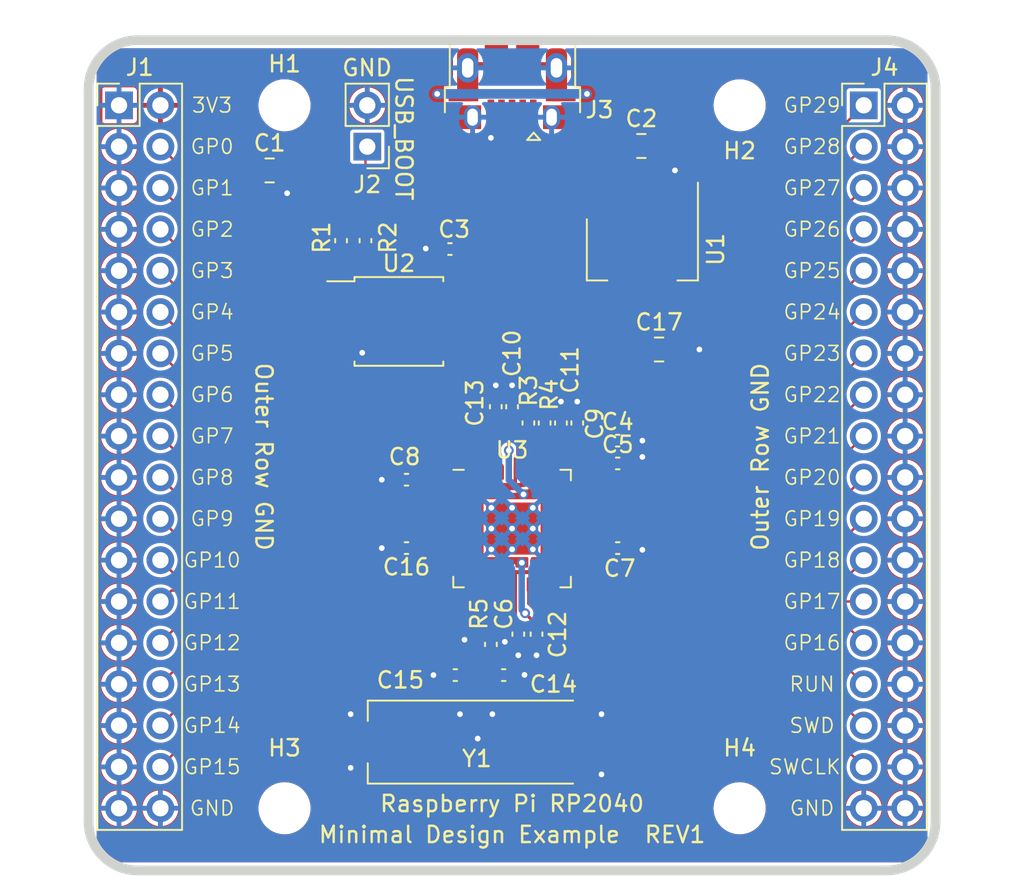
<source format=kicad_pcb>
(kicad_pcb (version 20221018) (generator pcbnew)
  (title_block (title "RP2040 Minimal Design Example") (date "2020-07-13") (rev "REV1") (company "Raspberry Pi (Trading) Ltd"))
  (layers (0 "F.Cu" signal) (31 "B.Cu" signal) (34 "B.Paste" user) (35 "F.Paste" user) (36 "B.SilkS" user "B.Silkscreen") (37 "F.SilkS" user "F.Silkscreen") (38 "B.Mask" user) (39 "F.Mask" user) (44 "Edge.Cuts" user))
  (net 0 "")
  (net 1 "GND")
  (net 2 "VBUS")
  (net 3 "/XIN")
  (net 4 "/XOUT")
  (net 5 "+3V3")
  (net 6 "+1V1")
  (net 7 "Net-(C14-Pad1)")
  (net 8 "/~{USB_BOOT}")
  (net 9 "/GPIO15")
  (net 10 "/GPIO14")
  (net 11 "/GPIO13")
  (net 12 "/GPIO12")
  (net 13 "/GPIO11")
  (net 14 "/GPIO10")
  (net 15 "/GPIO9")
  (net 16 "/GPIO8")
  (net 17 "/GPIO7")
  (net 18 "/GPIO6")
  (net 19 "/GPIO5")
  (net 20 "/GPIO4")
  (net 21 "/GPIO3")
  (net 22 "/GPIO2")
  (net 23 "/GPIO1")
  (net 24 "/GPIO0")
  (net 25 "/GPIO29_ADC3")
  (net 26 "/GPIO28_ADC2")
  (net 27 "/GPIO27_ADC1")
  (net 28 "/GPIO26_ADC0")
  (net 29 "/GPIO25")
  (net 30 "/GPIO24")
  (net 31 "/GPIO23")
  (net 32 "/GPIO22")
  (net 33 "/GPIO21")
  (net 34 "/GPIO20")
  (net 35 "/GPIO19")
  (net 36 "/GPIO18")
  (net 37 "/GPIO17")
  (net 38 "/GPIO16")
  (net 39 "/RUN")
  (net 40 "/SWD")
  (net 41 "/SWCLK")
  (net 42 "/QSPI_SS")
  (net 43 "Net-(U3-USB_DP)")
  (net 44 "Net-(U3-USB_DM)")
  (net 45 "/QSPI_SD3")
  (net 46 "/QSPI_SCLK")
  (net 47 "/QSPI_SD0")
  (net 48 "/QSPI_SD2")
  (net 49 "/QSPI_SD1")
  (net 50 "/USB_D+")
  (net 51 "/USB_D-")
  (footprint "Capacitor_SMD:C_0805_2012Metric" (layer "F.Cu") (at 109.025 89)
    (fp_text reference "C17")
    (fp_text value "10u")
  )
  (footprint "RP2040_minimal:USB_Micro-B_Amphenol_10103594-0001LF_Horizontal_modified" (layer "F.Cu") (at 100 71.7 180)
    (fp_text reference "J3")
    (fp_text value "USB_B_Micro")
  )
  (footprint "Connector_PinHeader_2.54mm:PinHeader_1x02_P2.54mm_Vertical" (layer "F.Cu") (at 91.11 76.54 180)
    (fp_text reference "J2")
    (fp_text value "Conn_01x02")
  )
  (footprint "Connector_PinHeader_2.54mm:PinHeader_2x18_P2.54mm_Vertical" (layer "F.Cu") (at 75.87 74)
    (fp_text reference "J1")
    (fp_text value "Conn_02x18_Odd_Even")
  )
  (footprint "Capacitor_SMD:C_0402_1005Metric" (layer "F.Cu") (at 104 93.515 90)
    (fp_text reference "C9")
    (fp_text value "1u")
  )
  (footprint "Capacitor_SMD:C_0402_1005Metric" (layer "F.Cu") (at 103 93.515 90)
    (fp_text reference "C11")
    (fp_text value "1u")
  )
  (footprint "Capacitor_SMD:C_0402_1005Metric" (layer "F.Cu") (at 93.515 101.2 180)
    (fp_text reference "C16")
    (fp_text value "100n")
  )
  (footprint "Capacitor_SMD:C_0402_1005Metric" (layer "F.Cu") (at 96.185 82.83 180)
    (fp_text reference "C3")
    (fp_text value "100n")
  )
  (footprint "Capacitor_SMD:C_0402_1005Metric" (layer "F.Cu") (at 89.5 82.315 -90)
    (fp_text reference "R1")
    (fp_text value "DNF")
  )
  (footprint "Connector_PinHeader_2.54mm:PinHeader_2x18_P2.54mm_Vertical" (layer "F.Cu") (at 121.59 74)
    (fp_text reference "J4")
    (fp_text value "Conn_02x18_Odd_Even")
  )
  (footprint "Package_TO_SOT_SMD:SOT-223-3_TabPin2" (layer "F.Cu") (at 108 82.85 -90)
    (fp_text reference "U1")
    (fp_text value "NCP1117-3.3_SOT223")
  )
  (footprint "Package_SO:SOIC-8_5.23x5.23mm_P1.27mm" (layer "F.Cu") (at 93.05 87.275)
    (fp_text reference "U2")
    (fp_text value "W25Q128JVS")
  )
  (footprint "Capacitor_SMD:C_0402_1005Metric" (layer "F.Cu") (at 99.485 109)
    (fp_text reference "C14")
    (fp_text value "27p")
  )
  (footprint "Capacitor_SMD:C_0402_1005Metric" (layer "F.Cu") (at 91 82.315 90)
    (fp_text reference "R2")
    (fp_text value "1k")
  )
  (footprint "Capacitor_SMD:C_0402_1005Metric" (layer "F.Cu") (at 100 92.515 90)
    (fp_text reference "C10")
    (fp_text value "100n")
  )
  (footprint "Capacitor_SMD:C_0402_1005Metric" (layer "F.Cu") (at 106.485 101.2)
    (fp_text reference "C7")
    (fp_text value "100n")
  )
  (footprint "Capacitor_SMD:C_0402_1005Metric" (layer "F.Cu") (at 100.381 106.485 -90)
    (fp_text reference "C6")
    (fp_text value "100n")
  )
  (footprint "Capacitor_SMD:C_0402_1005Metric" (layer "F.Cu") (at 101 93.515 -90)
    (fp_text reference "R3")
    (fp_text value "27")
  )
  (footprint "Capacitor_SMD:C_0402_1005Metric" (layer "F.Cu") (at 101.5 106.485 -90)
    (fp_text reference "C12")
    (fp_text value "100n")
  )
  (footprint "Capacitor_SMD:C_0805_2012Metric" (layer "F.Cu") (at 107.9375 76.5)
    (fp_text reference "C2")
    (fp_text value "10u")
  )
  (footprint "Capacitor_SMD:C_0402_1005Metric" (layer "F.Cu") (at 93.515 97 180)
    (fp_text reference "C8")
    (fp_text value "100n")
  )
  (footprint "Capacitor_SMD:C_0402_1005Metric" (layer "F.Cu") (at 106.485 94.6)
    (fp_text reference "C4")
    (fp_text value "100n")
  )
  (footprint "RP2040_minimal:RP2040-QFN-56" (layer "F.Cu") (at 100 100)
    (fp_text reference "U3")
    (fp_text value "RP2040")
  )
  (footprint "Capacitor_SMD:C_0402_1005Metric" (layer "F.Cu") (at 96.515 109 180)
    (fp_text reference "C15")
    (fp_text value "27p")
  )
  (footprint "MountingHole:MountingHole_2.7mm_M2.5" (layer "F.Cu") (at 113.97 74)
    (fp_text reference "H2")
    (fp_text value "MountingHole")
  )
  (footprint "Capacitor_SMD:C_0402_1005Metric" (layer "F.Cu") (at 102 93.515 -90)
    (fp_text reference "R4")
    (fp_text value "27")
  )
  (footprint "MountingHole:MountingHole_2.7mm_M2.5" (layer "F.Cu") (at 113.97 117.18)
    (fp_text reference "H4")
    (fp_text value "MountingHole")
  )
  (footprint "Capacitor_SMD:C_0402_1005Metric" (layer "F.Cu") (at 99 92.515 90)
    (fp_text reference "C13")
    (fp_text value "100n")
  )
  (footprint "Capacitor_SMD:C_0402_1005Metric" (layer "F.Cu") (at 106.485 96)
    (fp_text reference "C5")
    (fp_text value "100n")
  )
  (footprint "Capacitor_SMD:C_0402_1005Metric" (layer "F.Cu") (at 98.7 107.115 -90)
    (fp_text reference "R5")
    (fp_text value "1k")
  )
  (footprint "MountingHole:MountingHole_2.7mm_M2.5" (layer "F.Cu") (at 86.03 74)
    (fp_text reference "H1")
    (fp_text value "MountingHole")
  )
  (footprint "MountingHole:MountingHole_2.7mm_M2.5" (layer "F.Cu") (at 86.03 117.18)
    (fp_text reference "H3")
    (fp_text value "MountingHole")
  )
  (footprint "RP2040_minimal:Crystal_SMD_HC49-US" (layer "F.Cu") (at 97.841 113.116)
    (fp_text reference "Y1")
    (fp_text value "ABLS-12.000MHZ-B4-T")
  )
  (footprint "Capacitor_SMD:C_0805_2012Metric" (layer "F.Cu") (at 85.115 78)
    (fp_text reference "C1")
    (fp_text value "10u")
  )
  (gr_line (start 123 121) (end 77 121) (stroke (width 0.6)) (layer "Edge.Cuts"))
  (gr_line (start 126 73) (end 126 118) (stroke (width 0.6)) (layer "Edge.Cuts"))
  (gr_line (start 77 70) (end 123 70) (stroke (width 0.6)) (layer "Edge.Cuts"))
  (gr_line (start 74 118) (end 74 73) (stroke (width 0.6)) (layer "Edge.Cuts"))
  (gr_arc (start 74 73) (mid 74.87868 70.87868) (end 77 70) (stroke (width 0.6)) (layer "Edge.Cuts"))
  (gr_arc (start 126 118) (mid 125.12132 120.12132) (end 123 121) (stroke (width 0.6)) (layer "Edge.Cuts"))
  (gr_arc (start 123 70) (mid 125.12132 70.87868) (end 126 73) (stroke (width 0.6)) (layer "Edge.Cuts"))
  (gr_arc (start 77 121) (mid 74.87868 120.12132) (end 74 118) (stroke (width 0.6)) (layer "Edge.Cuts"))
  (gr_text "GP1" (at 81.585 79.08) (layer "F.SilkS") (effects (font (size 0.9 0.9) (thickness 0.1))))
  (gr_text "GP2" (at 81.585 81.62) (layer "F.SilkS") (effects (font (size 0.9 0.9) (thickness 0.1))))
  (gr_text "GP3" (at 81.585 84.16) (layer "F.SilkS") (effects (font (size 0.9 0.9) (thickness 0.1))))
  (gr_text "GP4" (at 81.585 86.7) (layer "F.SilkS") (effects (font (size 0.9 0.9) (thickness 0.1))))
  (gr_text "GP5" (at 81.585 89.24) (layer "F.SilkS") (effects (font (size 0.9 0.9) (thickness 0.1))))
  (gr_text "GP6" (at 81.585 91.78) (layer "F.SilkS") (effects (font (size 0.9 0.9) (thickness 0.1))))
  (gr_text "GP7" (at 81.585 94.32) (layer "F.SilkS") (effects (font (size 0.9 0.9) (thickness 0.1))))
  (gr_text "GP8" (at 81.585 96.86) (layer "F.SilkS") (effects (font (size 0.9 0.9) (thickness 0.1))))
  (gr_text "GP9" (at 81.585 99.4) (layer "F.SilkS") (effects (font (size 0.9 0.9) (thickness 0.1))))
  (gr_text "GP11" (at 81.585 104.48) (layer "F.SilkS") (effects (font (size 0.9 0.9) (thickness 0.1))))
  (gr_text "GP10" (at 81.585 101.94) (layer "F.SilkS") (effects (font (size 0.9 0.9) (thickness 0.1))))
  (gr_text "GP12" (at 81.585 107.02) (layer "F.SilkS") (effects (font (size 0.9 0.9) (thickness 0.1))))
  (gr_text "GP13" (at 81.585 109.56) (layer "F.SilkS") (effects (font (size 0.9 0.9) (thickness 0.1))))
  (gr_text "GP15" (at 81.585 114.64) (layer "F.SilkS") (effects (font (size 0.9 0.9) (thickness 0.1))))
  (gr_text "GP14" (at 81.585 112.1) (layer "F.SilkS") (effects (font (size 0.9 0.9) (thickness 0.1))))
  (gr_text "GP28" (at 118.415 76.54) (layer "F.SilkS") (effects (font (size 0.9 0.9) (thickness 0.1))))
  (gr_text "GP27" (at 118.415 79.08) (layer "F.SilkS") (effects (font (size 0.9 0.9) (thickness 0.1))))
  (gr_text "GP26" (at 118.415 81.62) (layer "F.SilkS") (effects (font (size 0.9 0.9) (thickness 0.1))))
  (gr_text "GP25" (at 118.415 84.16) (layer "F.SilkS") (effects (font (size 0.9 0.9) (thickness 0.1))))
  (gr_text "GP24" (at 118.415 86.7) (layer "F.SilkS") (effects (font (size 0.9 0.9) (thickness 0.1))))
  (gr_text "GP23" (at 118.415 89.24) (layer "F.SilkS") (effects (font (size 0.9 0.9) (thickness 0.1))))
  (gr_text "GP21" (at 118.415 94.32) (layer "F.SilkS") (effects (font (size 0.9 0.9) (thickness 0.1))))
  (gr_text "GP20" (at 118.415 96.86) (layer "F.SilkS") (effects (font (size 0.9 0.9) (thickness 0.1))))
  (gr_text "GP19" (at 118.415 99.4) (layer "F.SilkS") (effects (font (size 0.9 0.9) (thickness 0.1))))
  (gr_text "GP17" (at 118.415 104.48) (layer "F.SilkS") (effects (font (size 0.9 0.9) (thickness 0.1))))
  (gr_text "GP22" (at 118.415 91.78) (layer "F.SilkS") (effects (font (size 0.9 0.9) (thickness 0.1))))
  (gr_text "GP18" (at 118.415 101.94) (layer "F.SilkS") (effects (font (size 0.9 0.9) (thickness 0.1))))
  (gr_text "SWCLK" (at 117.9705 114.64) (layer "F.SilkS") (effects (font (size 0.9 0.9) (thickness 0.1))))
  (gr_text "SWD" (at 118.415 112.1) (layer "F.SilkS") (effects (font (size 0.9 0.9) (thickness 0.1))))
  (gr_text "GP16" (at 118.415 107.02) (layer "F.SilkS") (effects (font (size 0.9 0.9) (thickness 0.1))))
  (gr_text "RUN" (at 118.415 109.56) (layer "F.SilkS") (effects (font (size 0.9 0.9) (thickness 0.1))))
  (gr_text "GND" (at 81.585 117.18) (layer "F.SilkS") (effects (font (size 0.9 0.9) (thickness 0.1))))
  (gr_text "GND" (at 118.415 117.18) (layer "F.SilkS") (effects (font (size 0.9 0.9) (thickness 0.1))))
  (gr_text "GP29" (at 118.415 74) (layer "F.SilkS") (effects (font (size 0.9 0.9) (thickness 0.1))))
  (gr_text "Outer Row GND" (at 84.76 95.59 270) (layer "F.SilkS") (effects (font (size 1 1))))
  (gr_text "Outer Row GND" (at 115.24 95.59 90) (layer "F.SilkS") (effects (font (size 1 1))))
  (gr_text "Raspberry Pi RP2040" (at 100 116.9) (layer "F.SilkS") (effects (font (size 1 1))))
  (gr_text "Minimal Design Example  REV1" (at 100 118.8) (layer "F.SilkS") (effects (font (size 1 1))))
  (gr_text "\nUSB_BOOT" (at 94.158 76.032 -90) (layer "F.SilkS") (effects (font (size 1 1))))
  (gr_text "GND" (at 91.1 71.7) (layer "F.SilkS") (effects (font (size 1 1))))
  (gr_text "GP0" (at 81.585 76.54) (layer "F.SilkS") (effects (font (size 0.9 0.9) (thickness 0.1))))
  (gr_text "3V3" (at 81.585 74) (layer "F.SilkS") (effects (font (size 0.9 0.9) (thickness 0.1))))
  (segment (start 93.03 101.2) (end 92 101.2) (width 0.2) (layer "F.Cu") (net 1))
  (segment (start 89.45 89.18) (end 90.78 89.18) (width 0.2) (layer "F.Cu") (net 1))
  (segment (start 103 93.03) (end 103 92.2) (width 0.2) (layer "F.Cu") (net 1))
  (segment (start 100.381 107.781984) (end 100.380994 107.78199) (width 0.2) (layer "F.Cu") (net 1))
  (segment (start 100.381 106.97) (end 100.381 107.781984) (width 0.2) (layer "F.Cu") (net 1))
  (segment (start 99 104.6545) (end 97.079 106.5755) (width 0.15) (layer "F.Cu") (net 1))
  (segment (start 86.065 79.275) (end 86.19 79.4) (width 0.15) (layer "F.Cu") (net 1))
  (segment (start 95.7 82.83) (end 95.405 82.83) (width 0.2) (layer "F.Cu") (net 1))
  (segment (start 110.05 89) (end 111.5 89) (width 0.2) (layer "F.Cu") (net 1))
  (segment (start 100.7505 109) (end 100.762 108.9885) (width 0.15) (layer "F.Cu") (net 1))
  (segment (start 99.97 109) (end 100.7505 109) (width 0.15) (layer "F.Cu") (net 1))
  (segment (start 99.97 109) (end 99.97 108.68) (width 0.15) (layer "F.Cu") (net 1))
  (segment (start 106.97 96) (end 107.6 96) (width 0.15) (layer "F.Cu") (net 1))
  (segment (start 110.3 78.3) (end 110 78) (width 0.2) (layer "F.Cu") (net 1))
  (segment (start 106.97 101.2) (end 107.075 101.305) (width 0.2) (layer "F.Cu") (net 1))
  (segment (start 99 113.35) (end 99 114.4) (width 0.2) (layer "F.Cu") (net 1))
  (segment (start 107.075 101.305) (end 108 101.305) (width 0.2) (layer "F.Cu") (net 1))
  (segment (start 100.96 71.45) (end 102.46 71.45) (width 0.2) (layer "F.Cu") (net 1))
  (segment (start 99.5555 108.2655) (end 99.5555 108.0995) (width 0.15) (layer "F.Cu") (net 1))
  (segment (start 93.03 97) (end 92 97) (width 0.2) (layer "F.Cu") (net 1))
  (segment (start 102.46 71.45) (end 102.73 71.72) (width 0.2) (layer "F.Cu") (net 1))
  (segment (start 96.03 109) (end 95.174 109) (width 0.2) (layer "F.Cu") (net 1))
  (segment (start 108.875 76.5) (end 108.875 76.875) (width 0.2) (layer "F.Cu") (net 1))
  (segment (start 96.8 111.65) (end 96.8 110.599974) (width 0.2) (layer "F.Cu") (net 1))
  (segment (start 108.875 76.875) (end 110 78) (width 0.2) (layer "F.Cu") (net 1))
  (segment (start 95.405 82.83) (end 95.375 82.8) (width 0.2) (layer "F.Cu") (net 1))
  (segment (start 97.079 106.5755) (end 97.079 106.8295) (width 0.15) (layer "F.Cu") (net 1))
  (segment (start 100 92.03) (end 100 91.2) (width 0.2) (layer "F.Cu") (net 1))
  (segment (start 99 92.03) (end 99 91.200008) (width 0.2) (layer "F.Cu") (net 1))
  (segment (start 110.3 79.7) (end 110.3 78.3) (width 0.2) (layer "F.Cu") (net 1))
  (segment (start 95.375 82.8) (end 94.7 82.8) (width 0.2) (layer "F.Cu") (net 1))
  (segment (start 86.065 78) (end 86.065 79.275) (width 0.15) (layer "F.Cu") (net 1))
  (segment (start 107.6 96) (end 108 95.6) (width 0.15) (layer "F.Cu") (net 1))
  (segment (start 101.5 106.97) (end 101.5 107.782004) (width 0.2) (layer "F.Cu") (net 1))
  (segment (start 99 103.4375) (end 99 104.6545) (width 0.15) (layer "F.Cu") (net 1))
  (segment (start 97.54 71.45) (end 97.27 71.72) (width 0.2) (layer "F.Cu") (net 1))
  (segment (start 98.7 74.6) (end 98.7 76) (width 0.2) (layer "F.Cu") (net 1))
  (segment (start 99.97 108.68) (end 99.5555 108.2655) (width 0.15) (layer "F.Cu") (net 1))
  (segment (start 104 93.03) (end 104 92.2) (width 0.2) (layer "F.Cu") (net 1))
  (segment (start 90.78 89.18) (end 90.8 89.2) (width 0.2) (layer "F.Cu") (net 1))
  (segment (start 106.97 94.6) (end 108 94.6) (width 0.2) (layer "F.Cu") (net 1))
  (segment (start 99.04 71.45) (end 97.54 71.45) (width 0.2) (layer "F.Cu") (net 1))
  (via (at 99.5555 106.9565) (size 0.6) (drill 0.35) (layers "F.Cu" "B.Cu") (net 1))
  (via (at 97.89 112.9) (size 0.6) (drill 0.35) (layers "F.Cu" "B.Cu") (net 1))
  (via (at 98.79 111.4) (size 0.6) (drill 0.35) (layers "F.Cu" "B.Cu") (net 1))
  (via (at 90.09 114.7) (size 0.6) (drill 0.35) (layers "F.Cu" "B.Cu") (net 1))
  (via (at 90.09 111.4) (size 0.6) (drill 0.35) (layers "F.Cu" "B.Cu") (net 1))
  (via (at 105.49 111.4) (size 0.6) (drill 0.35) (layers "F.Cu" "B.Cu") (net 1))
  (via (at 105.49 115.1) (size 0.6) (drill 0.35) (layers "F.Cu" "B.Cu") (net 1))
  (via (at 111.5 89) (size 0.6) (drill 0.35) (layers "F.Cu" "B.Cu") (net 1))
  (via (at 108 101.305) (size 0.6) (drill 0.35) (layers "F.Cu" "B.Cu") (net 1))
  (via (at 100.380994 107.78199) (size 0.6) (drill 0.35) (layers "F.Cu" "B.Cu") (net 1))
  (via (at 101.5 107.782004) (size 0.6) (drill 0.35) (layers "F.Cu" "B.Cu") (net 1))
  (via (at 97.079 106.8295) (size 0.6) (drill 0.35) (layers "F.Cu" "B.Cu") (net 1))
  (via (at 104 92.2) (size 0.6) (drill 0.35) (layers "F.Cu" "B.Cu") (net 1))
  (via (at 95.174 109) (size 0.6) (drill 0.35) (layers "F.Cu" "B.Cu") (net 1))
  (via (at 98.7 76) (size 0.6) (drill 0.35) (layers "F.Cu" "B.Cu") (net 1))
  (via (at 110 78) (size 0.6) (drill 0.35) (layers "F.Cu" "B.Cu") (net 1))
  (via (at 90.8 89.2) (size 0.6) (drill 0.35) (layers "F.Cu" "B.Cu") (net 1))
  (via (at 86.19 79.4) (size 0.6) (drill 0.35) (layers "F.Cu" "B.Cu") (net 1))
  (via (at 103 92.2) (size 0.6) (drill 0.35) (layers "F.Cu" "B.Cu") (net 1))
  (via (at 100 91.2) (size 0.6) (drill 0.35) (layers "F.Cu" "B.Cu") (net 1))
  (via (at 92 97) (size 0.6) (drill 0.35) (layers "F.Cu" "B.Cu") (net 1))
  (via (at 96.8 111.4) (size 0.6) (drill 0.35) (layers "F.Cu" "B.Cu") (net 1))
  (via (at 108 95.6) (size 0.6) (drill 0.35) (layers "F.Cu" "B.Cu") (net 1))
  (via (at 100.762 108.9885) (size 0.6) (drill 0.35) (layers "F.Cu" "B.Cu") (net 1))
  (via (at 94.7 82.8) (size 0.6) (drill 0.35) (layers "F.Cu" "B.Cu") (net 1))
  (via (at 92 101.2) (size 0.6) (drill 0.35) (layers "F.Cu" "B.Cu") (net 1))
  (via (at 108 94.6) (size 0.6) (drill 0.35) (layers "F.Cu" "B.Cu") (net 1))
  (via (at 99 91.200008) (size 0.6) (drill 0.35) (layers "F.Cu" "B.Cu") (net 1))
  (segment (start 103.299999 92.499999) (end 103 92.2) (width 0.2) (layer "B.Cu") (net 1))
  (segment (start 104 93) (end 103.8 93) (width 0.2) (layer "B.Cu") (net 1))
  (segment (start 103.8 93) (end 103.299999 92.499999) (width 0.2) (layer "B.Cu") (net 1))
  (segment (start 101.3 74.525) (end 101.3 75.5) (width 0.4) (layer "F.Cu") (net 2))
  (segment (start 101.3 75.5) (end 102.1 76.3) (width 0.4) (layer "F.Cu") (net 2))
  (segment (start 97.6505 109.6505) (end 97.6505 111.7825) (width 0.15) (layer "F.Cu") (net 3))
  (segment (start 99.4 103.4375) (end 99.4 104.937861) (width 0.15) (layer "F.Cu") (net 3))
  (segment (start 97.8 106.537861) (end 97.8 108.2) (width 0.15) (layer "F.Cu") (net 3))
  (segment (start 96.317 113.116) (end 93.341 113.116) (width 0.15) (layer "F.Cu") (net 3))
  (segment (start 97.8 108.2) (end 97 109) (width 0.15) (layer "F.Cu") (net 3))
  (segment (start 97 109) (end 97.6505 109.6505) (width 0.15) (layer "F.Cu") (net 3))
  (segment (start 99.4 104.937861) (end 97.8 106.537861) (width 0.15) (layer "F.Cu") (net 3))
  (segment (start 97.6505 111.7825) (end 96.317 113.116) (width 0.15) (layer "F.Cu") (net 3))
  (segment (start 99.8 103.4375) (end 99.8 105.1) (width 0.15) (layer "F.Cu") (net 4))
  (segment (start 98.7 106.2) (end 98.7 106.63) (width 0.15) (layer "F.Cu") (net 4))
  (segment (start 99.8 105.1) (end 98.7 106.2) (width 0.15) (layer "F.Cu") (net 4))
  (segment (start 96.5625 101) (end 94.2 101) (width 0.2) (layer "F.Cu") (net 5))
  (segment (start 101.096505 108.307005) (end 102.141995 108.307005) (width 0.15) (layer "F.Cu") (net 5))
  (segment (start 100 93.762534) (end 100.350001 94.112535) (width 0.2) (layer "F.Cu") (net 5))
  (segment (start 100.9525 108.163) (end 101.096505 108.307005) (width 0.15) (layer "F.Cu") (net 5))
  (segment (start 104 93.995) (end 104 94.13) (width 0.15) (layer "F.Cu") (net 5))
  (segment (start 100 93) (end 100 93.762534) (width 0.2) (layer "F.Cu") (net 5))
  (segment (start 100.381 106) (end 100.701 106) (width 0.15) (layer "F.Cu") (net 5))
  (segment (start 96.5625 97.4) (end 95.7 97.4) (width 0.2) (layer "F.Cu") (net 5))
  (segment (start 100.2 96.5625) (end 100.2 97.4) (width 0.2) (layer "F.Cu") (net 5))
  (segment (start 100.2 95.7) (end 100.2 96.5625) (width 0.2) (layer "F.Cu") (net 5))
  (segment (start 100.9525 106.2515) (end 100.9525 108.163) (width 0.15) (layer "F.Cu") (net 5))
  (segment (start 102.6 96.5625) (end 102.6 97.4) (width 0.2) (layer "F.Cu") (net 5))
  (segment (start 100.2 102.8) (end 100 102.6) (width 0.2) (layer "F.Cu") (net 5))
  (segment (start 96.5625 101) (end 97.4 101) (width 0.2) (layer "F.Cu") (net 5))
  (segment (start 102.286 96.4765) (end 102.2 96.5625) (width 0.15) (layer "F.Cu") (net 5))
  (segment (start 103.4375 97.4) (end 102.6 97.4) (width 0.2) (layer "F.Cu") (net 5))
  (segment (start 108 86) (end 108 89) (width 0.2) (layer "F.Cu") (net 5))
  (segment (start 96.5625 97.4) (end 97.4 97.4) (width 0.2) (layer "F.Cu") (net 5))
  (segment (start 100.2 103.4375) (end 100.2 102.8) (width 0.2) (layer "F.Cu") (net 5))
  (segment (start 74.7 72.9) (end 74.7 75.2) (width 0.3) (layer "F.Cu") (net 5))
  (segment (start 100.701 106) (end 100.9525 106.2515) (width 0.15) (layer "F.Cu") (net 5))
  (segment (start 100.6 96.5625) (end 100.6 97.2) (width 0.2) (layer "F.Cu") (net 5))
  (segment (start 96.65 82.85) (end 96.67 82.83) (width 0.2) (layer "F.Cu") (net 5))
  (segment (start 104 94.13) (end 102.286 95.844) (width 0.15) (layer "F.Cu") (net 5))
  (segment (start 100.350001 95.549999) (end 100.2 95.7) (width 0.2) (layer "F.Cu") (net 5))
  (segment (start 100.2 105.5055) (end 100.381 105.6865) (width 0.2) (layer "F.Cu") (net 5))
  (segment (start 105.8 101) (end 106 101.2) (width 0.2) (layer "F.Cu") (net 5))
  (segment (start 100.6 96.5625) (end 100.6 95.799998) (width 0.2) (layer "F.Cu") (net 5))
  (segment (start 103.4375 101) (end 102.6 101) (width 0.2) (layer "F.Cu") (net 5))
  (segment (start 103.4375 101) (end 105.8 101) (width 0.2) (layer "F.Cu") (net 5))
  (segment (start 94.2 101) (end 94 101.2) (width 0.2) (layer "F.Cu") (net 5))
  (segment (start 102.286 95.844) (end 102.286 96.4765) (width 0.15) (layer "F.Cu") (net 5))
  (segment (start 100.2 103.4375) (end 100.2 105.5055) (width 0.2) (layer "F.Cu") (net 5))
  (segment (start 96.65 85.37) (end 96.65 82.85) (width 0.2) (layer "F.Cu") (net 5))
  (segment (start 100.6 95.799998) (end 100.350001 95.549999) (width 0.2) (layer "F.Cu") (net 5))
  (segment (start 100.2 97.4) (end 100.2 97) (width 0.2) (layer "F.Cu") (net 5))
  (segment (start 100.381 105.6865) (end 100.381 106) (width 0.2) (layer "F.Cu") (net 5))
  (segment (start 100.350001 94.112535) (end 100.350001 95.549999) (width 0.2) (layer "F.Cu") (net 5))
  (via (at 95.4 73.3) (size 0.6) (drill 0.35) (layers "F.Cu" "B.Cu") (net 5))
  (via (at 104.6 73.3) (size 0.6) (drill 0.35) (layers "F.Cu" "B.Cu") (net 5))
  (segment (start 104.6 73.3) (end 95.4 73.3) (width 0.6) (layer "B.Cu") (net 5))
  (segment (start 99.8 96.5625) (end 99.8 95.199994) (width 0.2) (layer "F.Cu") (net 6))
  (segment (start 99.8 94.77573) (end 99.8 95.199994) (width 0.2) (layer "F.Cu") (net 6))
  (segment (start 100.4 98) (end 100.5 97.9) (width 0.15) (layer "F.Cu") (net 6))
  (segment (start 101.8 95.8) (end 103 94.6) (width 0.2) (layer "F.Cu") (net 6))
  (segment (start 103 94.6) (end 103 94) (width 0.2) (layer "F.Cu") (net 6))
  (segment (start 101.8 96.5625) (end 101.8 95.8) (width 0.2) (layer "F.Cu") (net 6))
  (segment (start 99 93) (end 99 93.295) (width 0.2) (layer "F.Cu") (net 6))
  (segment (start 99 93.295) (end 99.8 94.095) (width 0.2) (layer "F.Cu") (net 6))
  (segment (start 101.5 106) (end 101.5 105.9) (width 0.2) (layer "F.Cu") (net 6))
  (segment (start 100.6 103.4375) (end 100.6 105) (width 0.2) (layer "F.Cu") (net 6))
  (segment (start 100.5 97.9) (end 100.7 97.9) (width 0.15) (layer "F.Cu") (net 6))
  (segment (start 101.5 105.9) (end 100.8 105.2) (width 0.2) (layer "F.Cu") (net 6))
  (segment (start 99.8 94.095) (end 99.8 94.77573) (width 0.2) (layer "F.Cu") (net 6))
  (segment (start 100.6 105) (end 100.8 105.2) (width 0.2) (layer "F.Cu") (net 6))
  (segment (start 101.8 96.5625) (end 101.8 97.4) (width 0.2) (layer "F.Cu") (net 6))
  (via (at 99.8 95.199994) (size 0.6) (drill 0.35) (layers "F.Cu" "B.Cu") (net 6))
  (via (at 100.59997 102.1) (size 0.6) (drill 0.35) (layers "F.Cu" "B.Cu") (net 6))
  (via (at 100.8 105.2) (size 0.6) (drill 0.35) (layers "F.Cu" "B.Cu") (net 6))
  (via (at 100.7 97.9) (size 0.6) (drill 0.35) (layers "F.Cu" "B.Cu") (net 6))
  (segment (start 100.59 102.10997) (end 100.59997 102.1) (width 0.4) (layer "B.Cu") (net 6))
  (segment (start 100.8 105.2) (end 100.59 104.99) (width 0.4) (layer "B.Cu") (net 6))
  (segment (start 100.69 97.9) (end 100.7 97.9) (width 0.4) (layer "B.Cu") (net 6))
  (segment (start 99.8 95.199994) (end 99.8 97.01) (width 0.4) (layer "B.Cu") (net 6))
  (segment (start 99.8 97.01) (end 100.69 97.9) (width 0.4) (layer "B.Cu") (net 6))
  (segment (start 100.59 104.99) (end 100.59 102.10997) (width 0.4) (layer "B.Cu") (net 6))
  (segment (start 98.8025 109) (end 98.0315 109.771) (width 0.15) (layer "F.Cu") (net 7))
  (segment (start 98.0315 111.7825) (end 99.365 113.116) (width 0.15) (layer "F.Cu") (net 7))
  (segment (start 98.0315 109.771) (end 98.0315 111.7825) (width 0.15) (layer "F.Cu") (net 7))
  (segment (start 98.7 107.6) (end 98.7 108.2) (width 0.15) (layer "F.Cu") (net 7))
  (segment (start 99 108.5) (end 99 109) (width 0.15) (layer "F.Cu") (net 7))
  (segment (start 98.7 108.2) (end 99 108.5) (width 0.15) (layer "F.Cu") (net 7))
  (segment (start 99.365 113.116) (end 102.341 113.116) (width 0.15) (layer "F.Cu") (net 7))
  (segment (start 99 109) (end 98.8025 109) (width 0.15) (layer "F.Cu") (net 7))
  (segment (start 91 81.83) (end 91 76.65) (width 0.15) (layer "F.Cu") (net 8))
  (segment (start 91 76.65) (end 91.11 76.54) (width 0.15) (layer "F.Cu") (net 8))
  (segment (start 98.6 104.437861) (end 96.687861 106.35) (width 0.15) (layer "F.Cu") (net 9))
  (segment (start 96.687861 106.35) (end 86.7 106.35) (width 0.15) (layer "F.Cu") (net 9))
  (segment (start 98.6 103.4375) (end 98.6 104.437861) (width 0.15) (layer "F.Cu") (net 9))
  (segment (start 86.7 106.35) (end 78.41 114.64) (width 0.15) (layer "F.Cu") (net 9))
  (segment (start 98.2 104.19) (end 96.675 105.715) (width 0.15) (layer "F.Cu") (net 10))
  (segment (start 98.2 103.4375) (end 98.2 104.19) (width 0.15) (layer "F.Cu") (net 10))
  (segment (start 84.795 105.715) (end 78.41 112.1) (width 0.15) (layer "F.Cu") (net 10))
  (segment (start 96.675 105.715) (end 84.795 105.715) (width 0.15) (layer "F.Cu") (net 10))
  (segment (start 82.89 105.08) (end 78.41 109.56) (width 0.15) (layer "F.Cu") (net 11))
  (segment (start 97.8 103.875) (end 96.595 105.08) (width 0.15) (layer "F.Cu") (net 11))
  (segment (start 97.8 103.4375) (end 97.8 103.875) (width 0.15) (layer "F.Cu") (net 11))
  (segment (start 96.595 105.08) (end 82.89 105.08) (width 0.15) (layer "F.Cu") (net 11))
  (segment (start 96.19 104.445) (end 80.985 104.445) (width 0.15) (layer "F.Cu") (net 12))
  (segment (start 80.985 104.445) (end 78.41 107.02) (width 0.15) (layer "F.Cu") (net 12))
  (segment (start 97.0975 103.5375) (end 96.19 104.445) (width 0.15) (layer "F.Cu") (net 12))
  (segment (start 97.4 103.4375) (end 97.3 103.5375) (width 0.15) (layer "F.Cu") (net 12))
  (segment (start 97.3 103.5375) (end 97.0975 103.5375) (width 0.15) (layer "F.Cu") (net 12))
  (segment (start 96.13 102.6) (end 94.92 103.81) (width 0.15) (layer "F.Cu") (net 13))
  (segment (start 79.08 103.81) (end 78.41 104.48) (width 0.15) (layer "F.Cu") (net 13))
  (segment (start 94.92 103.81) (end 79.08 103.81) (width 0.15) (layer "F.Cu") (net 13))
  (segment (start 96.5625 102.6) (end 96.13 102.6) (width 0.15) (layer "F.Cu") (net 13))
  (segment (start 94.285 103.175) (end 79.645 103.175) (width 0.15) (layer "F.Cu") (net 14))
  (segment (start 95.26 102.2) (end 94.285 103.175) (width 0.15) (layer "F.Cu") (net 14))
  (segment (start 79.645 103.175) (end 78.41 101.94) (width 0.15) (layer "F.Cu") (net 14))
  (segment (start 96.5625 102.2) (end 95.26 102.2) (width 0.15) (layer "F.Cu") (net 14))
  (segment (start 94.285 102.54) (end 81.55 102.54) (width 0.15) (layer "F.Cu") (net 15))
  (segment (start 96.5625 101.8) (end 95.025 101.8) (width 0.15) (layer "F.Cu") (net 15))
  (segment (start 81.55 102.54) (end 78.41 99.4) (width 0.15) (layer "F.Cu") (net 15))
  (segment (start 95.025 101.8) (end 94.285 102.54) (width 0.15) (layer "F.Cu") (net 15))
  (segment (start 94.285 101.905) (end 83.455 101.905) (width 0.15) (layer "F.Cu") (net 16))
  (segment (start 83.455 101.905) (end 78.41 96.86) (width 0.15) (layer "F.Cu") (net 16))
  (segment (start 94.79 101.4) (end 94.285 101.905) (width 0.15) (layer "F.Cu") (net 16))
  (segment (start 96.5625 101.4) (end 94.79 101.4) (width 0.15) (layer "F.Cu") (net 16))
  (segment (start 84.69 100.6) (end 96.5625 100.6) (width 0.15) (layer "F.Cu") (net 17))
  (segment (start 78.41 94.32) (end 84.69 100.6) (width 0.15) (layer "F.Cu") (net 17))
  (segment (start 86.284 99.654) (end 86.284 100.146) (width 0.15) (layer "F.Cu") (net 18))
  (segment (start 86.284 100.146) (end 86.23 100.2) (width 0.15) (layer "F.Cu") (net 18))
  (segment (start 86.23 100.2) (end 96.5625 100.2) (width 0.15) (layer "F.Cu") (net 18))
  (segment (start 78.41 91.78) (end 86.284 99.654) (width 0.15) (layer "F.Cu") (net 18))
  (segment (start 96.5625 99.8) (end 87.1 99.8) (width 0.15) (layer "F.Cu") (net 19))
  (segment (start 87.1 99.8) (end 79.68 92.38) (width 0.15) (layer "F.Cu") (net 19))
  (segment (start 79.68 90.51) (end 78.41 89.24) (width 0.15) (layer "F.Cu") (net 19))
  (segment (start 79.68 92.38) (end 79.68 90.51) (width 0.15) (layer "F.Cu") (net 19))
  (segment (start 96.5625 99.4) (end 87.97 99.4) (width 0.15) (layer "F.Cu") (net 20))
  (segment (start 80.95 89.24) (end 78.41 86.7) (width 0.15) (layer "F.Cu") (net 20))
  (segment (start 87.97 99.4) (end 80.95 92.38) (width 0.15) (layer "F.Cu") (net 20))
  (segment (start 80.95 92.38) (end 80.95 89.24) (width 0.15) (layer "F.Cu") (net 20))
  (segment (start 96.5625 99) (end 88.84 99) (width 0.15) (layer "F.Cu") (net 21))
  (segment (start 82.22 87.97) (end 82.22 92.288) (width 0.15) (layer "F.Cu") (net 21))
  (segment (start 88.84 99) (end 82.22 92.38) (width 0.15) (layer "F.Cu") (net 21))
  (segment (start 78.41 84.16) (end 82.22 87.97) (width 0.15) (layer "F.Cu") (net 21))
  (segment (start 78.41 81.62) (end 83.4725 86.6825) (width 0.15) (layer "F.Cu") (net 22))
  (segment (start 96.5625 98.6) (end 89.71 98.6) (width 0.15) (layer "F.Cu") (net 22))
  (segment (start 83.49 92.38) (end 83.49 86.6825) (width 0.15) (layer "F.Cu") (net 22))
  (segment (start 83.49 86.6825) (end 83.4725 86.6825) (width 0.15) (layer "F.Cu") (net 22))
  (segment (start 89.71 98.6) (end 83.49 92.38) (width 0.15) (layer "F.Cu") (net 22))
  (segment (start 90.58 98.2) (end 84.76 92.38) (width 0.15) (layer "F.Cu") (net 23))
  (segment (start 84.76 85.4125) (end 84.7425 85.4125) (width 0.15) (layer "F.Cu") (net 23))
  (segment (start 84.7425 85.4125) (end 78.41 79.08) (width 0.15) (layer "F.Cu") (net 23))
  (segment (start 96.5625 98.2) (end 90.58 98.2) (width 0.15) (layer "F.Cu") (net 23))
  (segment (start 84.76 92.38) (end 84.76 85.4125) (width 0.15) (layer "F.Cu") (net 23))
  (segment (start 91.45 97.8) (end 86.03 92.38) (width 0.15) (layer "F.Cu") (net 24))
  (segment (start 86.03 92.38) (end 86.03 84.16) (width 0.15) (layer "F.Cu") (net 24))
  (segment (start 96.5625 97.8) (end 91.45 97.8) (width 0.15) (layer "F.Cu") (net 24))
  (segment (start 86.03 84.16) (end 78.41 76.54) (width 0.15) (layer "F.Cu") (net 24))
  (segment (start 103.4375 97.8) (end 106.645 97.8) (width 0.15) (layer "F.Cu") (net 25))
  (segment (start 121.58125 74) (end 121.59 74) (width 0.15) (layer "F.Cu") (net 25))
  (segment (start 112.065 83.51625) (end 121.58125 74) (width 0.15) (layer "F.Cu") (net 25))
  (segment (start 112.065 92.38) (end 112.065 83.51625) (width 0.15) (layer "F.Cu") (net 25))
  (segment (start 106.645 97.8) (end 112.065 92.38) (width 0.15) (layer "F.Cu") (net 25))
  (segment (start 103.4375 98.2) (end 107.515 98.2) (width 0.15) (layer "F.Cu") (net 26))
  (segment (start 107.515 98.2) (end 113.335 92.38) (width 0.15) (layer "F.Cu") (net 26))
  (segment (start 113.335 84.795) (end 120.93 77.2) (width 0.15) (layer "F.Cu") (net 26))
  (segment (start 113.335 92.38) (end 113.335 84.795) (width 0.15) (layer "F.Cu") (net 26))
  (segment (start 120.93 77.2) (end 121.59 76.54) (width 0.15) (layer "F.Cu") (net 26))
  (segment (start 114.605 92.38) (end 114.605 86.065) (width 0.15) (layer "F.Cu") (net 27))
  (segment (start 103.4375 98.6) (end 108.385 98.6) (width 0.15) (layer "F.Cu") (net 27))
  (segment (start 120.92 79.75) (end 121.59 79.08) (width 0.15) (layer "F.Cu") (net 27))
  (segment (start 108.385 98.6) (end 114.605 92.38) (width 0.15) (layer "F.Cu") (net 27))
  (segment (start 114.605 86.065) (end 120.92 79.75) (width 0.15) (layer "F.Cu") (net 27))
  (segment (start 109.2725 99) (end 115.875 92.3975) (width 0.15) (layer "F.Cu") (net 28))
  (segment (start 120.92 82.29) (end 121.59 81.62) (width 0.15) (layer "F.Cu") (net 28))
  (segment (start 103.4375 99) (end 109.2725 99) (width 0.15) (layer "F.Cu") (net 28))
  (segment (start 115.875 92.3975) (end 115.875 87.335) (width 0.15) (layer "F.Cu") (net 28))
  (segment (start 115.875 87.335) (end 120.92 82.29) (width 0.15) (layer "F.Cu") (net 28))
  (segment (start 103.4375 99.4) (end 110.125 99.4) (width 0.15) (layer "F.Cu") (net 29))
  (segment (start 110.125 99.4) (end 117.145 92.38) (width 0.15) (layer "F.Cu") (net 29))
  (segment (start 120.92 84.83) (end 121.59 84.16) (width 0.15) (layer "F.Cu") (net 29))
  (segment (start 117.145 88.605) (end 120.92 84.83) (width 0.15) (layer "F.Cu") (net 29))
  (segment (start 117.145 92.38) (end 117.145 88.605) (width 0.15) (layer "F.Cu") (net 29))
  (segment (start 118.415 89.875) (end 120.92 87.37) (width 0.15) (layer "F.Cu") (net 30))
  (segment (start 118.415 92.38) (end 118.415 89.875) (width 0.15) (layer "F.Cu") (net 30))
  (segment (start 120.92 87.37) (end 121.59 86.7) (width 0.15) (layer "F.Cu") (net 30))
  (segment (start 103.4375 99.8) (end 110.995 99.8) (width 0.15) (layer "F.Cu") (net 30))
  (segment (start 110.995 99.8) (end 118.415 92.38) (width 0.15) (layer "F.Cu") (net 30))
  (segment (start 119.685 92.38) (end 111.865 100.2) (width 0.15) (layer "F.Cu") (net 31))
  (segment (start 121.59 89.24) (end 119.685 91.145) (width 0.15) (layer "F.Cu") (net 31))
  (segment (start 119.685 91.145) (end 119.685 92.38) (width 0.15) (layer "F.Cu") (net 31))
  (segment (start 105.2 100.2) (end 103.4375 100.2) (width 0.15) (layer "F.Cu") (net 31))
  (segment (start 111.865 100.2) (end 105.2 100.2) (width 0.15) (layer "F.Cu") (net 31))
  (segment (start 103.4375 100.6) (end 112.77 100.6) (width 0.15) (layer "F.Cu") (net 32))
  (segment (start 112.77 100.6) (end 120.32 93.05) (width 0.15) (layer "F.Cu") (net 32))
  (segment (start 120.32 93.05) (end 121.59 91.78) (width 0.15) (layer "F.Cu") (net 32))
  (segment (start 113.97 101.94) (end 120.32 95.59) (width 0.15) (layer "F.Cu") (net 33))
  (segment (start 104.56875 101.4) (end 105.10875 101.94) (width 0.15) (layer "F.Cu") (net 33))
  (segment (start 120.32 95.59) (end 121.59 94.32) (width 0.15) (layer "F.Cu") (net 33))
  (segment (start 103.4375 101.4) (end 104.56875 101.4) (width 0.15) (layer "F.Cu") (net 33))
  (segment (start 105.10875 101.94) (end 113.97 101.94) (width 0.15) (layer "F.Cu") (net 33))
  (segment (start 120.32 98.13) (end 121.59 96.86) (width 0.15) (layer "F.Cu") (net 34))
  (segment (start 105.08 102.575) (end 115.875 102.575) (width 0.15) (layer "F.Cu") (net 34))
  (segment (start 104.305 101.8) (end 105.08 102.575) (width 0.15) (layer "F.Cu") (net 34))
  (segment (start 103.4375 101.8) (end 104.305 101.8) (width 0.15) (layer "F.Cu") (net 34))
  (segment (start 115.875 102.575) (end 120.32 98.13) (width 0.15) (layer "F.Cu") (net 34))
  (segment (start 103.4375 102.2) (end 104.07 102.2) (width 0.15) (layer "F.Cu") (net 35))
  (segment (start 120.32 100.67) (end 121.59 99.4) (width 0.15) (layer "F.Cu") (net 35))
  (segment (start 104.07 102.2) (end 105.08 103.21) (width 0.15) (layer "F.Cu") (net 35))
  (segment (start 105.08 103.21) (end 117.78 103.21) (width 0.15) (layer "F.Cu") (net 35))
  (segment (start 117.78 103.21) (end 120.32 100.67) (width 0.15) (layer "F.Cu") (net 35))
  (segment (start 103.835 102.6) (end 103.4375 102.6) (width 0.15) (layer "F.Cu") (net 36))
  (segment (start 105.08 103.845) (end 103.835 102.6) (width 0.15) (layer "F.Cu") (net 36))
  (segment (start 119.685 103.845) (end 105.08 103.845) (width 0.15) (layer "F.Cu") (net 36))
  (segment (start 121.59 101.94) (end 119.685 103.845) (width 0.15) (layer "F.Cu") (net 36))
  (segment (start 104.385181 104.48) (end 121.59 104.48) (width 0.15) (layer "F.Cu") (net 37))
  (segment (start 102.6 103.4375) (end 103.342681 103.4375) (width 0.15) (layer "F.Cu") (net 37))
  (segment (start 103.342681 103.4375) (end 104.385181 104.48) (width 0.15) (layer "F.Cu") (net 37))
  (segment (start 119.685 105.115) (end 103.315 105.115) (width 0.15) (layer "F.Cu") (net 38))
  (segment (start 103.315 105.115) (end 102.2 104) (width 0.15) (layer "F.Cu") (net 38))
  (segment (start 102.2 104) (end 102.2 103.4375) (width 0.15) (layer "F.Cu") (net 38))
  (segment (start 121.59 107.02) (end 119.685 105.115) (width 0.15) (layer "F.Cu") (net 38))
  (segment (start 101.8 104.2) (end 101.8 103.4375) (width 0.15) (layer "F.Cu") (net 39))
  (segment (start 103.35 105.75) (end 101.8 104.2) (width 0.15) (layer "F.Cu") (net 39))
  (segment (start 117.78 105.75) (end 103.35 105.75) (width 0.15) (layer "F.Cu") (net 39))
  (segment (start 121.59 109.56) (end 117.78 105.75) (width 0.15) (layer "F.Cu") (net 39))
  (segment (start 101.4 104.4) (end 101.4 103.4375) (width 0.15) (layer "F.Cu") (net 40))
  (segment (start 115.875 106.385) (end 103.385 106.385) (width 0.15) (layer "F.Cu") (net 40))
  (segment (start 103.385 106.385) (end 101.4 104.4) (width 0.15) (layer "F.Cu") (net 40))
  (segment (start 121.59 112.1) (end 115.875 106.385) (width 0.15) (layer "F.Cu") (net 40))
  (segment (start 113.97 107.02) (end 103.408501 107.02) (width 0.15) (layer "F.Cu") (net 41))
  (segment (start 103.408501 107.02) (end 101 104.611499) (width 0.15) (layer "F.Cu") (net 41))
  (segment (start 121.59 114.64) (end 113.97 107.02) (width 0.15) (layer "F.Cu") (net 41))
  (segment (start 101 104.611499) (end 101 103.4375) (width 0.15) (layer "F.Cu") (net 41))
  (segment (start 97.4 96.4) (end 97.4 96.5625) (width 0.15) (layer "F.Cu") (net 42))
  (segment (start 88.6 91.3) (end 92.3 91.3) (width 0.15) (layer "F.Cu") (net 42))
  (segment (start 92.3 91.3) (end 97.4 96.4) (width 0.15) (layer "F.Cu") (net 42))
  (segment (start 87.5 86.8) (end 87.5 90.2) (width 0.15) (layer "F.Cu") (net 42))
  (segment (start 89.45 85.37) (end 88.93 85.37) (width 0.15) (layer "F.Cu") (net 42))
  (segment (start 89.45 85.37) (end 89.45 82.85) (width 0.15) (layer "F.Cu") (net 42))
  (segment (start 89.5 82.8) (end 91 82.8) (width 0.15) (layer "F.Cu") (net 42))
  (segment (start 87.5 90.2) (end 88.6 91.3) (width 0.15) (layer "F.Cu") (net 42))
  (segment (start 89.45 82.85) (end 89.5 82.8) (width 0.15) (layer "F.Cu") (net 42))
  (segment (start 88.93 85.37) (end 87.5 86.8) (width 0.15) (layer "F.Cu") (net 42))
  (segment (start 101 96.5625) (end 101 94) (width 0.2) (layer "F.Cu") (net 43))
  (segment (start 102 94.7) (end 102 94) (width 0.2) (layer "F.Cu") (net 44))
  (segment (start 101.4 96.5625) (end 101.4 95.3) (width 0.2) (layer "F.Cu") (net 44))
  (segment (start 101.4 95.3) (end 102 94.7) (width 0.2) (layer "F.Cu") (net 44))
  (segment (start 99.251321 95.976321) (end 99.251321 94.251321) (width 0.15) (layer "F.Cu") (net 45))
  (segment (start 98.4 90.6) (end 98.4 87.8) (width 0.15) (layer "F.Cu") (net 45))
  (segment (start 99.4 96.125) (end 99.251321 95.976321) (width 0.15) (layer "F.Cu") (net 45))
  (segment (start 99.251321 94.251321) (end 97.9 92.9) (width 0.15) (layer "F.Cu") (net 45))
  (segment (start 98.4 87.8) (end 97.24 86.64) (width 0.15) (layer "F.Cu") (net 45))
  (segment (start 97.9 91.1) (end 98.4 90.6) (width 0.15) (layer "F.Cu") (net 45))
  (segment (start 99.4 96.5625) (end 99.4 96.125) (width 0.15) (layer "F.Cu") (net 45))
  (segment (start 97.24 86.64) (end 96.65 86.64) (width 0.15) (layer "F.Cu") (net 45))
  (segment (start 97.9 92.9) (end 97.9 91.1) (width 0.15) (layer "F.Cu") (net 45))
  (segment (start 97.3 90.9) (end 97.8 90.4) (width 0.15) (layer "F.Cu") (net 46))
  (segment (start 97.21 87.91) (end 96.65 87.91) (width 0.15) (layer "F.Cu") (net 46))
  (segment (start 98.95131 94.75131) (end 97.3 93.1) (width 0.15) (layer "F.Cu") (net 46))
  (segment (start 97.8 90.4) (end 97.8 88.5) (width 0.15) (layer "F.Cu") (net 46))
  (segment (start 97.8 88.5) (end 97.21 87.91) (width 0.15) (layer "F.Cu") (net 46))
  (segment (start 99 96.5725) (end 98.95131 96.52381) (width 0.15) (layer "F.Cu") (net 46))
  (segment (start 98.95131 96.52381) (end 98.95131 94.75131) (width 0.15) (layer "F.Cu") (net 46))
  (segment (start 97.3 93.1) (end 97.3 90.9) (width 0.15) (layer "F.Cu") (net 46))
  (segment (start 98.6 96.5725) (end 98.6 95.2) (width 0.15) (layer "F.Cu") (net 47))
  (segment (start 96.7 89.23) (end 96.65 89.18) (width 0.15) (layer "F.Cu") (net 47))
  (segment (start 98.6 95.2) (end 96.7 93.3) (width 0.15) (layer "F.Cu") (net 47))
  (segment (start 96.7 93.3) (end 96.7 89.23) (width 0.15) (layer "F.Cu") (net 47))
  (segment (start 98.2 96.5725) (end 98.2 95.6) (width 0.15) (layer "F.Cu") (net 48))
  (segment (start 98.2 95.6) (end 90.51 87.91) (width 0.15) (layer "F.Cu") (net 48))
  (segment (start 90.51 87.91) (end 89.45 87.91) (width 0.15) (layer "F.Cu") (net 48))
  (segment (start 88.96 86.64) (end 89.45 86.64) (width 0.15) (layer "F.Cu") (net 49))
  (segment (start 88.1 89.8) (end 88.1 87.5) (width 0.15) (layer "F.Cu") (net 49))
  (segment (start 97.8 96) (end 92.5 90.7) (width 0.15) (layer "F.Cu") (net 49))
  (segment (start 89 90.7) (end 88.1 89.8) (width 0.15) (layer "F.Cu") (net 49))
  (segment (start 88.1 87.5) (end 88.96 86.64) (width 0.15) (layer "F.Cu") (net 49))
  (segment (start 92.5 90.7) (end 89 90.7) (width 0.15) (layer "F.Cu") (net 49))
  (segment (start 97.8 96.5725) (end 97.8 96) (width 0.15) (layer "F.Cu") (net 49))
  (segment (start 100 75.8) (end 99.725 76.075) (width 0.4) (layer "F.Cu") (net 50))
  (segment (start 99.725 82.596752) (end 99.725 76.4) (width 0.8) (layer "F.Cu") (net 50))
  (segment (start 101.025 83.896752) (end 99.725 82.596752) (width 0.8) (layer "F.Cu") (net 50))
  (segment (start 101 93.03) (end 101.025 93.005) (width 0.8) (layer "F.Cu") (net 50))
  (segment (start 101.025 93.005) (end 101.025 83.896752) (width 0.8) (layer "F.Cu") (net 50))
  (segment (start 99.725 76.075) (end 99.725 76.4) (width 0.4) (layer "F.Cu") (net 50))
  (segment (start 100 74.525) (end 100 75.8) (width 0.4) (layer "F.Cu") (net 50))
  (segment (start 102 93.03) (end 101.975 93.005) (width 0.8) (layer "F.Cu") (net 51))
  (segment (start 100.65 74.525) (end 100.65 76.375) (width 0.4) (layer "F.Cu") (net 51))
  (segment (start 101.975 83.503248) (end 100.675 82.203248) (width 0.8) (layer "F.Cu") (net 51))
  (segment (start 100.675 82.203248) (end 100.675 76.4) (width 0.8) (layer "F.Cu") (net 51))
  (segment (start 100.65 76.375) (end 100.675 76.4) (width 0.4) (layer "F.Cu") (net 51))
  (segment (start 101.975 93.005) (end 101.975 83.503248) (width 0.8) (layer "F.Cu") (net 51))
  (zone (net 2) (net_name "VBUS") (layer "F.Cu") (priority 2) (connect_pads (clearance 0.2)) (min_thickness 0.25) (fill yes (thermal_gap 0.508) (thermal_bridge_width 0.508))
    (polygon (pts (xy 108 78) (xy 106.1 78) (xy 106.1 81.6) (xy 101.7 81.6) (xy 101.7 75.8) (xy 104.3 75.8) (xy 104.3 75) (xy 108 75)))
  )
  (zone (net 6) (net_name "+1V1") (layer "F.Cu") (priority 1) (connect_pads yes (clearance 0.15)) (min_thickness 0.15) (fill yes (thermal_gap 0.508) (thermal_bridge_width 0.508))
    (polygon (pts (xy 102 98.2) (xy 98.4 98.2) (xy 98.4 101.6) (xy 101 101.6) (xy 101 102.4) (xy 100.2 102.4) (xy 100.2 102.2) (xy 97.8 102.2) (xy 97.8 97.8) (xy 100.6 97.8) (xy 100.6 97.6) (xy 101 97.6) (xy 101 97.2) (xy 102 97.2)))
  )
  (zone (net 5) (net_name "+3V3") (layer "F.Cu") (connect_pads yes (clearance 0.15)) (min_thickness 0.15) (fill yes (thermal_gap 0.508) (thermal_bridge_width 0.508))
    (polygon (pts (xy 102.8 102.8) (xy 97.2 102.8) (xy 97.2 97.2) (xy 100 97.2) (xy 100.8 97.2) (xy 102.8 97.2)))
  )
  (zone (net 5) (net_name "+3V3") (layer "F.Cu") (connect_pads (clearance 0.25)) (min_thickness 0.2) (fill yes (thermal_gap 0.3) (thermal_bridge_width 0.3))
    (polygon (pts (xy 125.5 120.5) (xy 74.5 120.5) (xy 74.5 70.5) (xy 125.5 70.5)))
    (polygon (pts (xy 120.32 74) (xy 111.43 82.89) (xy 111.43 92.415) (xy 105.715 98.13) (xy 103.81 98.13) (xy 103.81 103.845) (xy 96.19 103.845) (xy 96.19 98.13) (xy 93.015 98.13) (xy 86.665 91.78) (xy 86.665 83.525) (xy 79.68 76.54) (xy 78.41 76.54) (xy 78.41 114.64) (xy 79.68 114.64) (xy 87.3 107.02) (xy 101.905 107.02) (xy 102.54 107.655) (xy 113.335 107.655) (xy 120.32 114.64) (xy 121.59 114.64) (xy 121.59 74)))
    (polygon (pts (xy 98.8 76.2) (xy 98.8 85.2) (xy 88.4 85.2) (xy 87.1 86.4) (xy 87.1 90.4) (xy 88.6 91.8) (xy 92.1 91.8) (xy 97.1 96.8) (xy 101.1 96.8) (xy 101.1 92.2) (xy 102.9 92.2) (xy 102.9 83) (xy 101.7 81.8) (xy 101.7 76.2)))
  )
  (zone (net 1) (net_name "GND") (layer "F.Cu") (priority 1) (connect_pads (clearance 0.25)) (min_thickness 0.254) (fill yes (thermal_gap 0.5) (thermal_bridge_width 0.5))
    (polygon (pts (xy 105.99 108.6) (xy 105.99 116) (xy 89.59 116) (xy 89.59 106.7) (xy 96.69 106.7) (xy 98.79 104.6) (xy 99.99 104.6) (xy 99.99 108.6)))
  )
  (zone (net 1) (net_name "GND") (layer "B.Cu") (connect_pads (clearance 0.2)) (min_thickness 0.2) (fill yes (thermal_gap 0.3) (thermal_bridge_width 0.3))
    (polygon (pts (xy 125.5 120.5) (xy 74.5 120.5) (xy 74.5 70.5) (xy 125.5 70.5)))
  )
)
</source>
